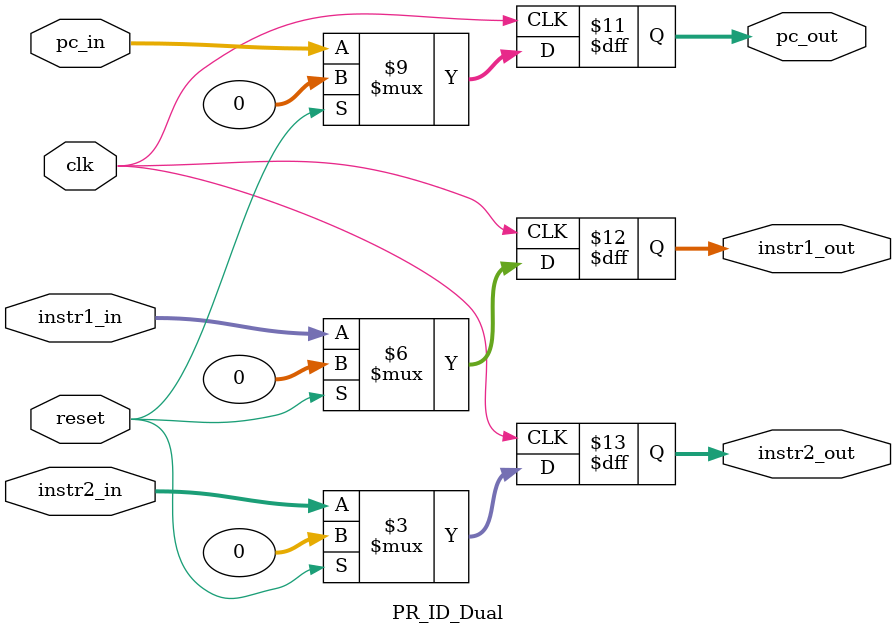
<source format=v>
module PR_ID_Dual(
    input clk,
    input reset,
    input [31:0] pc_in,
    input [31:0] instr1_in,
    input [31:0] instr2_in,
    output reg [31:0] pc_out,
    output reg [31:0] instr1_out,
    output reg [31:0] instr2_out
);
    always @(posedge clk) begin
        if (reset) begin
            pc_out <= 32'd0;
            instr1_out <= 32'd0;
            instr2_out <= 32'd0;
        end else begin
            pc_out <= pc_in;
            instr1_out <= instr1_in;
            instr2_out <= instr2_in;
        end
    end
endmodule

</source>
